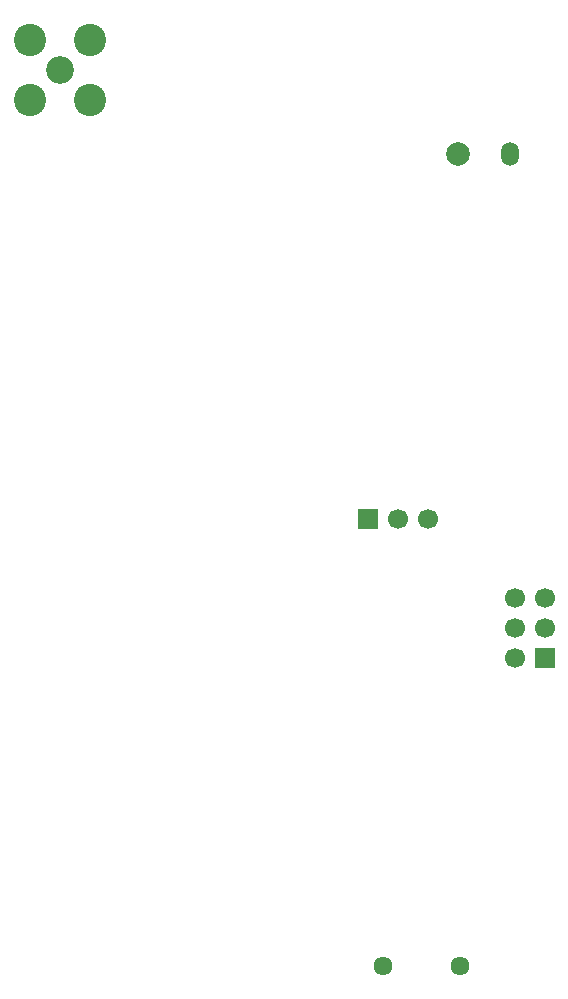
<source format=gbr>
%TF.GenerationSoftware,KiCad,Pcbnew,9.0.4*%
%TF.CreationDate,2025-08-21T19:00:16-05:00*%
%TF.ProjectId,ptFlex,7074466c-6578-42e6-9b69-6361645f7063,rev?*%
%TF.SameCoordinates,Original*%
%TF.FileFunction,Soldermask,Bot*%
%TF.FilePolarity,Negative*%
%FSLAX46Y46*%
G04 Gerber Fmt 4.6, Leading zero omitted, Abs format (unit mm)*
G04 Created by KiCad (PCBNEW 9.0.4) date 2025-08-21 19:00:16*
%MOMM*%
%LPD*%
G01*
G04 APERTURE LIST*
%ADD10R,1.700000X1.700000*%
%ADD11C,1.700000*%
%ADD12C,1.612000*%
%ADD13C,2.340000*%
%ADD14C,2.740000*%
%ADD15O,1.500000X2.000000*%
%ADD16C,2.000000*%
G04 APERTURE END LIST*
D10*
%TO.C,J2*%
X148260000Y-100500000D03*
D11*
X150800000Y-100500000D03*
X153340000Y-100500000D03*
%TD*%
D12*
%TO.C,PZ1*%
X156050000Y-138300000D03*
X149550000Y-138300000D03*
%TD*%
D13*
%TO.C,ANT2*%
X122140000Y-62460000D03*
D14*
X119600000Y-65000000D03*
X124680000Y-65000000D03*
X119600000Y-59920000D03*
X124680000Y-59920000D03*
%TD*%
D15*
%TO.C,J1*%
X160300000Y-69600000D03*
D16*
X155900000Y-69600000D03*
%TD*%
D10*
%TO.C,J4*%
X163200000Y-112240000D03*
D11*
X160660000Y-112240000D03*
X163200000Y-109700000D03*
X160660000Y-109700000D03*
X163200000Y-107160000D03*
X160660000Y-107160000D03*
%TD*%
M02*

</source>
